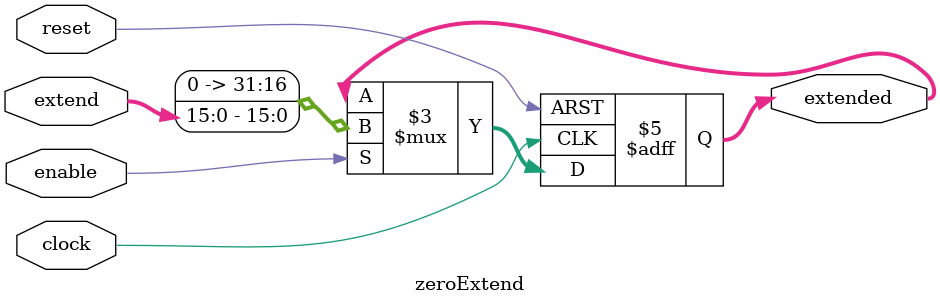
<source format=v>
module zeroExtend (
    input clock, reset, enable,
    input [15:0]extend, //what is going to extend
    output reg [31:0]extended //extended result
    );
    
always @(posedge clock, posedge reset) 
    begin
        if(reset)
            extended <= 32'b0;
        else
            if(enable)
				//Extend it to 32 bits without taking sign in account
                extended <= {{16{1'b0}},extend[15:0]};              
            else
                extended <= extended;
    end

endmodule
</source>
